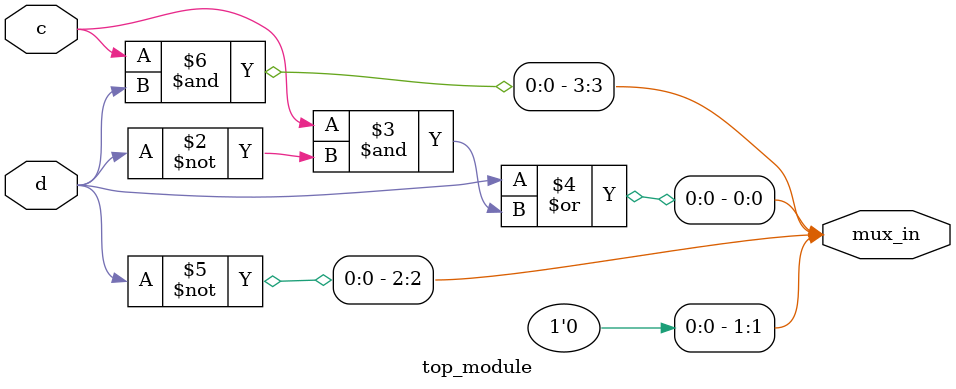
<source format=v>
module top_module (
    input c,
    input d,
    output [3:0] mux_in
); 
    always@(*) begin
        mux_in[0] <= d | (c&(~d));
        mux_in[1] <= 0;
        mux_in[2] <= ~d;
        mux_in[3] <= c&d;
    end
endmodule

</source>
